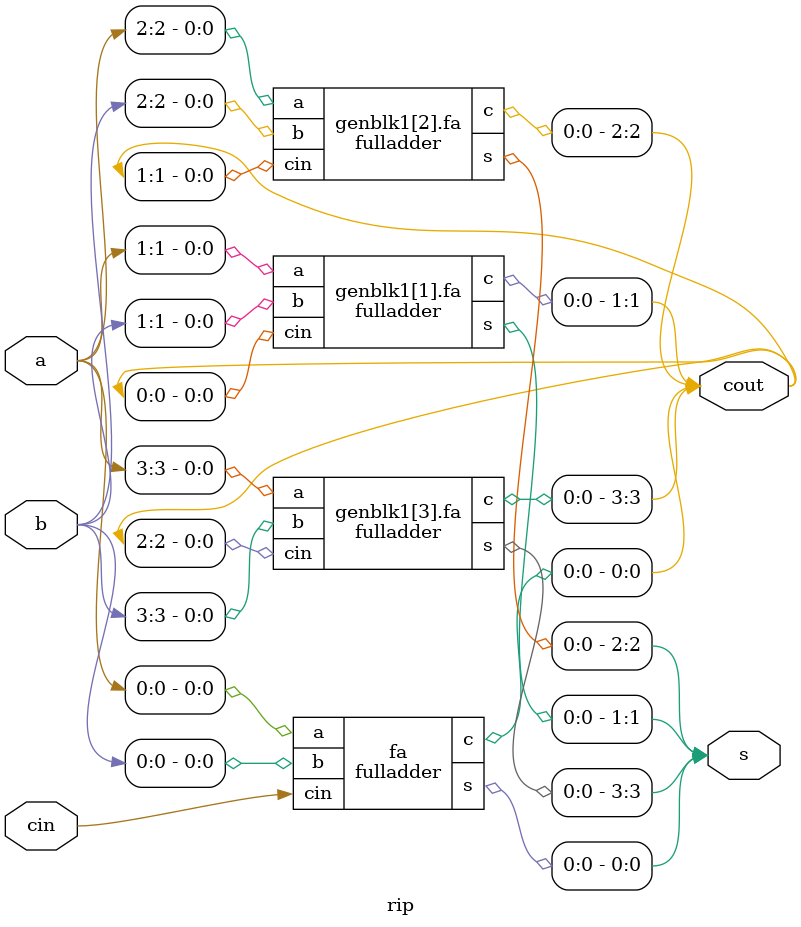
<source format=v>

module fulladder(a, b, cin, s, c);
	input a,b,cin;
	output s,c;
	assign s = a^b^cin;
	assign c = (a&b) | (b&cin) | (cin&a);
endmodule

module rip(
	input [3:0]a, b,
	input cin,
	output [3:0]s, cout);

	fulladder fa(a[0], b[0], cin, s[0], cout[0]);
	
	genvar i;
	generate
		for(i=1;i<4;i=i+1) begin
			fulladder fa(a[i],b[i], cout[i-1], s[i], cout[i]);
		end
	endgenerate
endmodule

</source>
